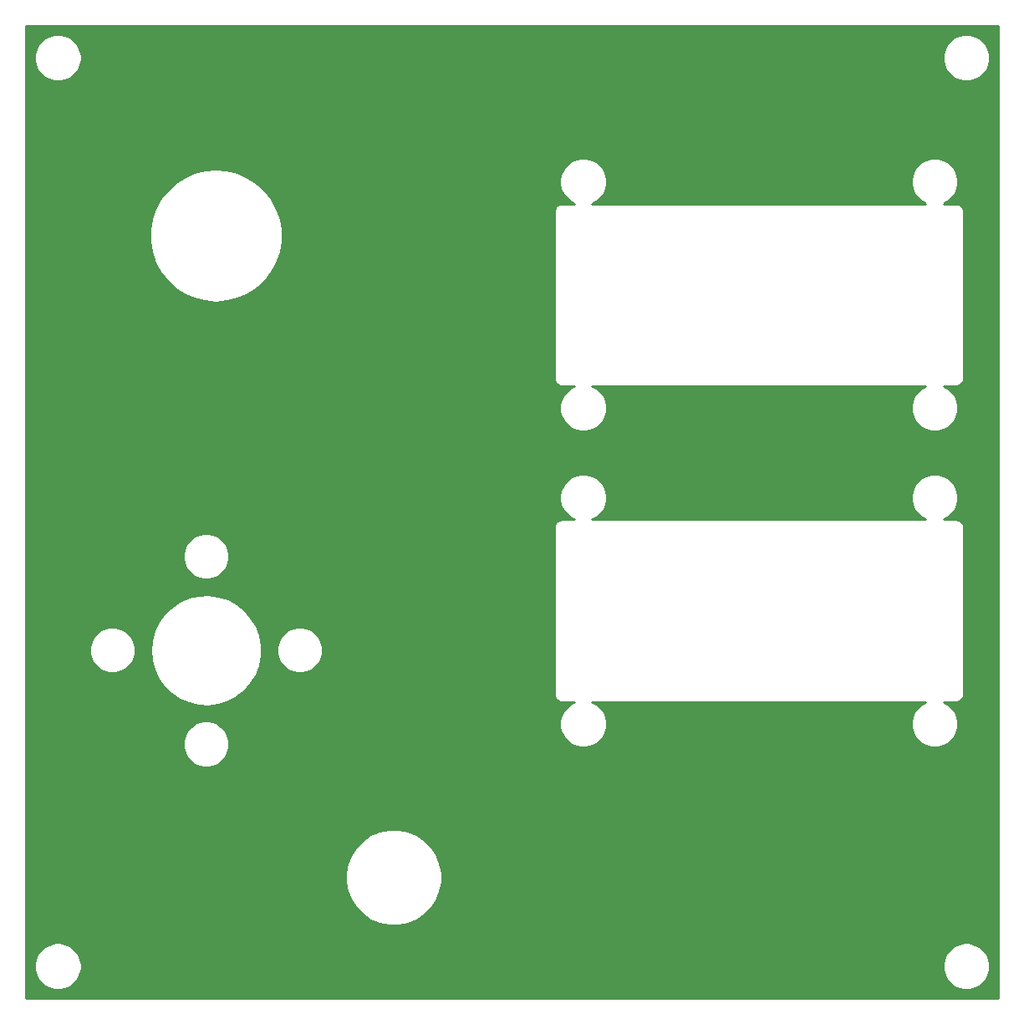
<source format=gbr>
%TF.GenerationSoftware,KiCad,Pcbnew,5.1.6-c6e7f7d~87~ubuntu18.04.1*%
%TF.CreationDate,2020-10-12T23:52:10-07:00*%
%TF.ProjectId,faceplate,66616365-706c-4617-9465-2e6b69636164,rev?*%
%TF.SameCoordinates,Original*%
%TF.FileFunction,Copper,L2,Bot*%
%TF.FilePolarity,Positive*%
%FSLAX46Y46*%
G04 Gerber Fmt 4.6, Leading zero omitted, Abs format (unit mm)*
G04 Created by KiCad (PCBNEW 5.1.6-c6e7f7d~87~ubuntu18.04.1) date 2020-10-12 23:52:10*
%MOMM*%
%LPD*%
G01*
G04 APERTURE LIST*
%TA.AperFunction,NonConductor*%
%ADD10C,0.254000*%
%TD*%
G04 APERTURE END LIST*
D10*
G36*
X157265001Y-153265000D02*
G01*
X58735000Y-153265000D01*
X58735000Y-149764269D01*
X59606581Y-149764269D01*
X59606581Y-150235731D01*
X59698558Y-150698135D01*
X59878979Y-151133709D01*
X60140910Y-151525716D01*
X60474284Y-151859090D01*
X60866291Y-152121021D01*
X61301865Y-152301442D01*
X61764269Y-152393419D01*
X62235731Y-152393419D01*
X62698135Y-152301442D01*
X63133709Y-152121021D01*
X63525716Y-151859090D01*
X63859090Y-151525716D01*
X64121021Y-151133709D01*
X64301442Y-150698135D01*
X64393419Y-150235731D01*
X64393419Y-149764269D01*
X151606581Y-149764269D01*
X151606581Y-150235731D01*
X151698558Y-150698135D01*
X151878979Y-151133709D01*
X152140910Y-151525716D01*
X152474284Y-151859090D01*
X152866291Y-152121021D01*
X153301865Y-152301442D01*
X153764269Y-152393419D01*
X154235731Y-152393419D01*
X154698135Y-152301442D01*
X155133709Y-152121021D01*
X155525716Y-151859090D01*
X155859090Y-151525716D01*
X156121021Y-151133709D01*
X156301442Y-150698135D01*
X156393419Y-150235731D01*
X156393419Y-149764269D01*
X156301442Y-149301865D01*
X156121021Y-148866291D01*
X155859090Y-148474284D01*
X155525716Y-148140910D01*
X155133709Y-147878979D01*
X154698135Y-147698558D01*
X154235731Y-147606581D01*
X153764269Y-147606581D01*
X153301865Y-147698558D01*
X152866291Y-147878979D01*
X152474284Y-148140910D01*
X152140910Y-148474284D01*
X151878979Y-148866291D01*
X151698558Y-149301865D01*
X151606581Y-149764269D01*
X64393419Y-149764269D01*
X64301442Y-149301865D01*
X64121021Y-148866291D01*
X63859090Y-148474284D01*
X63525716Y-148140910D01*
X63133709Y-147878979D01*
X62698135Y-147698558D01*
X62235731Y-147606581D01*
X61764269Y-147606581D01*
X61301865Y-147698558D01*
X60866291Y-147878979D01*
X60474284Y-148140910D01*
X60140910Y-148474284D01*
X59878979Y-148866291D01*
X59698558Y-149301865D01*
X59606581Y-149764269D01*
X58735000Y-149764269D01*
X58735000Y-140517697D01*
X91103094Y-140517697D01*
X91103094Y-141482303D01*
X91291279Y-142428375D01*
X91660418Y-143319555D01*
X92196325Y-144121596D01*
X92878404Y-144803675D01*
X93680445Y-145339582D01*
X94571625Y-145708721D01*
X95517697Y-145896906D01*
X96482303Y-145896906D01*
X97428375Y-145708721D01*
X98319555Y-145339582D01*
X99121596Y-144803675D01*
X99803675Y-144121596D01*
X100339582Y-143319555D01*
X100708721Y-142428375D01*
X100896906Y-141482303D01*
X100896906Y-140517697D01*
X100708721Y-139571625D01*
X100339582Y-138680445D01*
X99803675Y-137878404D01*
X99121596Y-137196325D01*
X98319555Y-136660418D01*
X97428375Y-136291279D01*
X96482303Y-136103094D01*
X95517697Y-136103094D01*
X94571625Y-136291279D01*
X93680445Y-136660418D01*
X92878404Y-137196325D01*
X92196325Y-137878404D01*
X91660418Y-138680445D01*
X91291279Y-139571625D01*
X91103094Y-140517697D01*
X58735000Y-140517697D01*
X58735000Y-127269170D01*
X74656340Y-127269170D01*
X74656340Y-127730830D01*
X74746406Y-128183620D01*
X74923075Y-128610139D01*
X75179560Y-128993996D01*
X75506004Y-129320440D01*
X75889861Y-129576925D01*
X76316380Y-129753594D01*
X76769170Y-129843660D01*
X77230830Y-129843660D01*
X77683620Y-129753594D01*
X78110139Y-129576925D01*
X78493996Y-129320440D01*
X78820440Y-128993996D01*
X79076925Y-128610139D01*
X79253594Y-128183620D01*
X79343660Y-127730830D01*
X79343660Y-127269170D01*
X79253594Y-126816380D01*
X79076925Y-126389861D01*
X78820440Y-126006004D01*
X78493996Y-125679560D01*
X78110139Y-125423075D01*
X77683620Y-125246406D01*
X77230830Y-125156340D01*
X76769170Y-125156340D01*
X76316380Y-125246406D01*
X75889861Y-125423075D01*
X75506004Y-125679560D01*
X75179560Y-126006004D01*
X74923075Y-126389861D01*
X74746406Y-126816380D01*
X74656340Y-127269170D01*
X58735000Y-127269170D01*
X58735000Y-117769170D01*
X65156340Y-117769170D01*
X65156340Y-118230830D01*
X65246406Y-118683620D01*
X65423075Y-119110139D01*
X65679560Y-119493996D01*
X66006004Y-119820440D01*
X66389861Y-120076925D01*
X66816380Y-120253594D01*
X67269170Y-120343660D01*
X67730830Y-120343660D01*
X68183620Y-120253594D01*
X68610139Y-120076925D01*
X68993996Y-119820440D01*
X69320440Y-119493996D01*
X69576925Y-119110139D01*
X69753594Y-118683620D01*
X69843660Y-118230830D01*
X69843660Y-118000000D01*
X71345000Y-118000000D01*
X71435878Y-119009739D01*
X71705592Y-119987025D01*
X72145472Y-120900445D01*
X72741381Y-121720643D01*
X73474165Y-122421257D01*
X74320273Y-122979768D01*
X75252509Y-123378225D01*
X76240911Y-123603821D01*
X77253711Y-123649306D01*
X78258356Y-123513217D01*
X79222557Y-123199930D01*
X80115322Y-122719512D01*
X80390581Y-122500000D01*
X112261443Y-122500000D01*
X112275634Y-122644085D01*
X112317662Y-122782633D01*
X112385912Y-122910320D01*
X112477761Y-123022238D01*
X112589679Y-123114087D01*
X112717366Y-123182337D01*
X112855914Y-123224365D01*
X112963894Y-123235000D01*
X112963904Y-123235000D01*
X112999999Y-123238555D01*
X113036096Y-123235000D01*
X114293176Y-123235000D01*
X114066291Y-123328979D01*
X113674284Y-123590910D01*
X113340910Y-123924284D01*
X113078979Y-124316291D01*
X112898558Y-124751865D01*
X112806581Y-125214269D01*
X112806581Y-125685731D01*
X112898558Y-126148135D01*
X113078979Y-126583709D01*
X113340910Y-126975716D01*
X113674284Y-127309090D01*
X114066291Y-127571021D01*
X114501865Y-127751442D01*
X114964269Y-127843419D01*
X115435731Y-127843419D01*
X115898135Y-127751442D01*
X116333709Y-127571021D01*
X116725716Y-127309090D01*
X117059090Y-126975716D01*
X117321021Y-126583709D01*
X117501442Y-126148135D01*
X117593419Y-125685731D01*
X117593419Y-125214269D01*
X117501442Y-124751865D01*
X117321021Y-124316291D01*
X117059090Y-123924284D01*
X116725716Y-123590910D01*
X116333709Y-123328979D01*
X116106824Y-123235000D01*
X149893179Y-123235000D01*
X149666291Y-123328980D01*
X149274285Y-123590911D01*
X148940911Y-123924285D01*
X148678980Y-124316291D01*
X148498559Y-124751866D01*
X148406582Y-125214269D01*
X148406582Y-125685731D01*
X148498559Y-126148134D01*
X148678980Y-126583709D01*
X148940911Y-126975715D01*
X149274285Y-127309089D01*
X149666291Y-127571020D01*
X150101866Y-127751441D01*
X150564269Y-127843418D01*
X151035731Y-127843418D01*
X151498134Y-127751441D01*
X151933709Y-127571020D01*
X152325715Y-127309089D01*
X152659089Y-126975715D01*
X152921020Y-126583709D01*
X153101441Y-126148134D01*
X153193418Y-125685731D01*
X153193418Y-125214269D01*
X153101441Y-124751866D01*
X152921020Y-124316291D01*
X152659089Y-123924285D01*
X152325715Y-123590911D01*
X151933709Y-123328980D01*
X151706821Y-123235000D01*
X152963895Y-123235000D01*
X153000000Y-123238556D01*
X153036105Y-123235000D01*
X153144085Y-123224365D01*
X153282633Y-123182337D01*
X153410320Y-123114087D01*
X153522238Y-123022238D01*
X153614087Y-122910320D01*
X153682337Y-122782633D01*
X153724365Y-122644085D01*
X153738556Y-122500000D01*
X153735000Y-122463895D01*
X153735000Y-105536105D01*
X153738556Y-105500000D01*
X153724365Y-105355915D01*
X153682337Y-105217367D01*
X153614087Y-105089680D01*
X153522238Y-104977762D01*
X153410320Y-104885913D01*
X153282633Y-104817663D01*
X153144085Y-104775635D01*
X153036105Y-104765000D01*
X153000000Y-104761444D01*
X152963895Y-104765000D01*
X151706824Y-104765000D01*
X151933709Y-104671021D01*
X152325715Y-104409090D01*
X152659089Y-104075716D01*
X152921020Y-103683710D01*
X153101441Y-103248135D01*
X153193418Y-102785732D01*
X153193418Y-102314270D01*
X153101441Y-101851867D01*
X152921020Y-101416292D01*
X152659089Y-101024286D01*
X152325715Y-100690912D01*
X151933709Y-100428981D01*
X151498134Y-100248560D01*
X151035731Y-100156583D01*
X150564269Y-100156583D01*
X150101866Y-100248560D01*
X149666291Y-100428981D01*
X149274285Y-100690912D01*
X148940911Y-101024286D01*
X148678980Y-101416292D01*
X148498559Y-101851867D01*
X148406582Y-102314270D01*
X148406582Y-102785732D01*
X148498559Y-103248135D01*
X148678980Y-103683710D01*
X148940911Y-104075716D01*
X149274285Y-104409090D01*
X149666291Y-104671021D01*
X149893176Y-104765000D01*
X116106825Y-104765000D01*
X116333708Y-104671022D01*
X116725715Y-104409091D01*
X117059089Y-104075717D01*
X117321020Y-103683710D01*
X117501441Y-103248136D01*
X117593418Y-102785732D01*
X117593418Y-102314270D01*
X117501441Y-101851866D01*
X117321020Y-101416292D01*
X117059089Y-101024285D01*
X116725715Y-100690911D01*
X116333708Y-100428980D01*
X115898134Y-100248559D01*
X115435730Y-100156582D01*
X114964268Y-100156582D01*
X114501864Y-100248559D01*
X114066290Y-100428980D01*
X113674283Y-100690911D01*
X113340909Y-101024285D01*
X113078978Y-101416292D01*
X112898557Y-101851866D01*
X112806580Y-102314270D01*
X112806580Y-102785732D01*
X112898557Y-103248136D01*
X113078978Y-103683710D01*
X113340909Y-104075717D01*
X113674283Y-104409091D01*
X114066290Y-104671022D01*
X114293173Y-104765000D01*
X113036095Y-104765000D01*
X113000000Y-104761445D01*
X112963903Y-104765000D01*
X112963895Y-104765000D01*
X112855915Y-104775635D01*
X112717367Y-104817663D01*
X112589680Y-104885913D01*
X112477762Y-104977762D01*
X112385913Y-105089680D01*
X112317663Y-105217367D01*
X112275635Y-105355915D01*
X112261444Y-105500000D01*
X112265001Y-105536115D01*
X112264999Y-122463895D01*
X112261443Y-122500000D01*
X80390581Y-122500000D01*
X80907959Y-122087405D01*
X81574991Y-121323926D01*
X82094979Y-120453613D01*
X82451210Y-119504438D01*
X82632235Y-118506910D01*
X82632235Y-117769170D01*
X84156340Y-117769170D01*
X84156340Y-118230830D01*
X84246406Y-118683620D01*
X84423075Y-119110139D01*
X84679560Y-119493996D01*
X85006004Y-119820440D01*
X85389861Y-120076925D01*
X85816380Y-120253594D01*
X86269170Y-120343660D01*
X86730830Y-120343660D01*
X87183620Y-120253594D01*
X87610139Y-120076925D01*
X87993996Y-119820440D01*
X88320440Y-119493996D01*
X88576925Y-119110139D01*
X88753594Y-118683620D01*
X88843660Y-118230830D01*
X88843660Y-117769170D01*
X88753594Y-117316380D01*
X88576925Y-116889861D01*
X88320440Y-116506004D01*
X87993996Y-116179560D01*
X87610139Y-115923075D01*
X87183620Y-115746406D01*
X86730830Y-115656340D01*
X86269170Y-115656340D01*
X85816380Y-115746406D01*
X85389861Y-115923075D01*
X85006004Y-116179560D01*
X84679560Y-116506004D01*
X84423075Y-116889861D01*
X84246406Y-117316380D01*
X84156340Y-117769170D01*
X82632235Y-117769170D01*
X82632235Y-117493090D01*
X82451210Y-116495562D01*
X82094979Y-115546387D01*
X81574991Y-114676074D01*
X80907959Y-113912595D01*
X80115322Y-113280488D01*
X79222557Y-112800070D01*
X78258356Y-112486783D01*
X77253711Y-112350694D01*
X76240911Y-112396179D01*
X75252509Y-112621775D01*
X74320273Y-113020232D01*
X73474165Y-113578743D01*
X72741381Y-114279357D01*
X72145472Y-115099555D01*
X71705592Y-116012975D01*
X71435878Y-116990261D01*
X71345000Y-118000000D01*
X69843660Y-118000000D01*
X69843660Y-117769170D01*
X69753594Y-117316380D01*
X69576925Y-116889861D01*
X69320440Y-116506004D01*
X68993996Y-116179560D01*
X68610139Y-115923075D01*
X68183620Y-115746406D01*
X67730830Y-115656340D01*
X67269170Y-115656340D01*
X66816380Y-115746406D01*
X66389861Y-115923075D01*
X66006004Y-116179560D01*
X65679560Y-116506004D01*
X65423075Y-116889861D01*
X65246406Y-117316380D01*
X65156340Y-117769170D01*
X58735000Y-117769170D01*
X58735000Y-108269170D01*
X74656340Y-108269170D01*
X74656340Y-108730830D01*
X74746406Y-109183620D01*
X74923075Y-109610139D01*
X75179560Y-109993996D01*
X75506004Y-110320440D01*
X75889861Y-110576925D01*
X76316380Y-110753594D01*
X76769170Y-110843660D01*
X77230830Y-110843660D01*
X77683620Y-110753594D01*
X78110139Y-110576925D01*
X78493996Y-110320440D01*
X78820440Y-109993996D01*
X79076925Y-109610139D01*
X79253594Y-109183620D01*
X79343660Y-108730830D01*
X79343660Y-108269170D01*
X79253594Y-107816380D01*
X79076925Y-107389861D01*
X78820440Y-107006004D01*
X78493996Y-106679560D01*
X78110139Y-106423075D01*
X77683620Y-106246406D01*
X77230830Y-106156340D01*
X76769170Y-106156340D01*
X76316380Y-106246406D01*
X75889861Y-106423075D01*
X75506004Y-106679560D01*
X75179560Y-107006004D01*
X74923075Y-107389861D01*
X74746406Y-107816380D01*
X74656340Y-108269170D01*
X58735000Y-108269170D01*
X58735000Y-75442177D01*
X71268072Y-75442177D01*
X71268072Y-76557823D01*
X71451701Y-77658254D01*
X71813951Y-78713453D01*
X72344940Y-79694635D01*
X73030185Y-80575037D01*
X73850993Y-81330644D01*
X74784975Y-81940845D01*
X75806655Y-82388995D01*
X76888164Y-82662871D01*
X78000000Y-82755000D01*
X79111836Y-82662871D01*
X80193345Y-82388995D01*
X81215025Y-81940845D01*
X82149007Y-81330644D01*
X82969815Y-80575037D01*
X83655060Y-79694635D01*
X84186049Y-78713453D01*
X84548299Y-77658254D01*
X84731928Y-76557823D01*
X84731928Y-75442177D01*
X84548299Y-74341746D01*
X84259328Y-73500001D01*
X112261444Y-73500001D01*
X112265001Y-73536116D01*
X112265000Y-90463896D01*
X112261444Y-90500001D01*
X112275635Y-90644086D01*
X112317663Y-90782634D01*
X112385913Y-90910321D01*
X112477762Y-91022239D01*
X112589680Y-91114088D01*
X112717367Y-91182338D01*
X112855915Y-91224366D01*
X113000000Y-91238557D01*
X113036105Y-91235001D01*
X114293176Y-91235001D01*
X114066291Y-91328980D01*
X113674284Y-91590911D01*
X113340910Y-91924285D01*
X113078979Y-92316292D01*
X112898558Y-92751866D01*
X112806581Y-93214270D01*
X112806581Y-93685732D01*
X112898558Y-94148136D01*
X113078979Y-94583710D01*
X113340910Y-94975717D01*
X113674284Y-95309091D01*
X114066291Y-95571022D01*
X114501865Y-95751443D01*
X114964269Y-95843420D01*
X115435731Y-95843420D01*
X115898135Y-95751443D01*
X116333709Y-95571022D01*
X116725716Y-95309091D01*
X117059090Y-94975717D01*
X117321021Y-94583710D01*
X117501442Y-94148136D01*
X117593419Y-93685732D01*
X117593419Y-93214270D01*
X117501442Y-92751866D01*
X117321021Y-92316292D01*
X117059090Y-91924285D01*
X116725716Y-91590911D01*
X116333709Y-91328980D01*
X116106824Y-91235001D01*
X149893176Y-91235001D01*
X149666291Y-91328980D01*
X149274284Y-91590911D01*
X148940910Y-91924285D01*
X148678979Y-92316292D01*
X148498558Y-92751866D01*
X148406581Y-93214270D01*
X148406581Y-93685732D01*
X148498558Y-94148136D01*
X148678979Y-94583710D01*
X148940910Y-94975717D01*
X149274284Y-95309091D01*
X149666291Y-95571022D01*
X150101865Y-95751443D01*
X150564269Y-95843420D01*
X151035731Y-95843420D01*
X151498135Y-95751443D01*
X151933709Y-95571022D01*
X152325716Y-95309091D01*
X152659090Y-94975717D01*
X152921021Y-94583710D01*
X153101442Y-94148136D01*
X153193419Y-93685732D01*
X153193419Y-93214270D01*
X153101442Y-92751866D01*
X152921021Y-92316292D01*
X152659090Y-91924285D01*
X152325716Y-91590911D01*
X151933709Y-91328980D01*
X151706824Y-91235001D01*
X152963895Y-91235001D01*
X153000000Y-91238557D01*
X153036105Y-91235001D01*
X153144085Y-91224366D01*
X153282633Y-91182338D01*
X153410320Y-91114088D01*
X153522238Y-91022239D01*
X153614087Y-90910321D01*
X153682337Y-90782634D01*
X153724365Y-90644086D01*
X153738556Y-90500001D01*
X153735000Y-90463896D01*
X153735000Y-73536106D01*
X153738556Y-73500001D01*
X153724365Y-73355916D01*
X153682337Y-73217368D01*
X153614087Y-73089681D01*
X153522238Y-72977763D01*
X153410320Y-72885914D01*
X153282633Y-72817664D01*
X153144085Y-72775636D01*
X153036105Y-72765001D01*
X153000000Y-72761445D01*
X152963895Y-72765001D01*
X151706824Y-72765001D01*
X151933709Y-72671022D01*
X152325716Y-72409091D01*
X152659090Y-72075717D01*
X152921021Y-71683710D01*
X153101442Y-71248136D01*
X153193419Y-70785732D01*
X153193419Y-70314270D01*
X153101442Y-69851866D01*
X152921021Y-69416292D01*
X152659090Y-69024285D01*
X152325716Y-68690911D01*
X151933709Y-68428980D01*
X151498135Y-68248559D01*
X151035731Y-68156582D01*
X150564269Y-68156582D01*
X150101865Y-68248559D01*
X149666291Y-68428980D01*
X149274284Y-68690911D01*
X148940910Y-69024285D01*
X148678979Y-69416292D01*
X148498558Y-69851866D01*
X148406581Y-70314270D01*
X148406581Y-70785732D01*
X148498558Y-71248136D01*
X148678979Y-71683710D01*
X148940910Y-72075717D01*
X149274284Y-72409091D01*
X149666291Y-72671022D01*
X149893176Y-72765001D01*
X116106824Y-72765001D01*
X116333709Y-72671022D01*
X116725716Y-72409091D01*
X117059090Y-72075717D01*
X117321021Y-71683710D01*
X117501442Y-71248136D01*
X117593419Y-70785732D01*
X117593419Y-70314270D01*
X117501442Y-69851866D01*
X117321021Y-69416292D01*
X117059090Y-69024285D01*
X116725716Y-68690911D01*
X116333709Y-68428980D01*
X115898135Y-68248559D01*
X115435731Y-68156582D01*
X114964269Y-68156582D01*
X114501865Y-68248559D01*
X114066291Y-68428980D01*
X113674284Y-68690911D01*
X113340910Y-69024285D01*
X113078979Y-69416292D01*
X112898558Y-69851866D01*
X112806581Y-70314270D01*
X112806581Y-70785732D01*
X112898558Y-71248136D01*
X113078979Y-71683710D01*
X113340910Y-72075717D01*
X113674284Y-72409091D01*
X114066291Y-72671022D01*
X114293176Y-72765001D01*
X113036105Y-72765001D01*
X113000000Y-72761445D01*
X112963895Y-72765001D01*
X112855915Y-72775636D01*
X112717367Y-72817664D01*
X112589680Y-72885914D01*
X112477762Y-72977763D01*
X112385913Y-73089681D01*
X112317663Y-73217368D01*
X112275635Y-73355916D01*
X112261444Y-73500001D01*
X84259328Y-73500001D01*
X84186049Y-73286547D01*
X83655060Y-72305365D01*
X82969815Y-71424963D01*
X82149007Y-70669356D01*
X81215025Y-70059155D01*
X80193345Y-69611005D01*
X79111836Y-69337129D01*
X78000000Y-69245000D01*
X76888164Y-69337129D01*
X75806655Y-69611005D01*
X74784975Y-70059155D01*
X73850993Y-70669356D01*
X73030185Y-71424963D01*
X72344940Y-72305365D01*
X71813951Y-73286547D01*
X71451701Y-74341746D01*
X71268072Y-75442177D01*
X58735000Y-75442177D01*
X58735000Y-57764270D01*
X59606582Y-57764270D01*
X59606582Y-58235732D01*
X59698559Y-58698136D01*
X59878980Y-59133710D01*
X60140911Y-59525717D01*
X60474285Y-59859091D01*
X60866292Y-60121022D01*
X61301866Y-60301443D01*
X61764270Y-60393420D01*
X62235732Y-60393420D01*
X62698136Y-60301443D01*
X63133710Y-60121022D01*
X63525717Y-59859091D01*
X63859091Y-59525717D01*
X64121022Y-59133710D01*
X64301443Y-58698136D01*
X64393420Y-58235732D01*
X64393420Y-57764269D01*
X151606581Y-57764269D01*
X151606581Y-58235731D01*
X151698558Y-58698135D01*
X151878979Y-59133709D01*
X152140910Y-59525716D01*
X152474284Y-59859090D01*
X152866291Y-60121021D01*
X153301865Y-60301442D01*
X153764269Y-60393419D01*
X154235731Y-60393419D01*
X154698135Y-60301442D01*
X155133709Y-60121021D01*
X155525716Y-59859090D01*
X155859090Y-59525716D01*
X156121021Y-59133709D01*
X156301442Y-58698135D01*
X156393419Y-58235731D01*
X156393419Y-57764269D01*
X156301442Y-57301865D01*
X156121021Y-56866291D01*
X155859090Y-56474284D01*
X155525716Y-56140910D01*
X155133709Y-55878979D01*
X154698135Y-55698558D01*
X154235731Y-55606581D01*
X153764269Y-55606581D01*
X153301865Y-55698558D01*
X152866291Y-55878979D01*
X152474284Y-56140910D01*
X152140910Y-56474284D01*
X151878979Y-56866291D01*
X151698558Y-57301865D01*
X151606581Y-57764269D01*
X64393420Y-57764269D01*
X64301443Y-57301866D01*
X64121022Y-56866292D01*
X63859091Y-56474285D01*
X63525717Y-56140911D01*
X63133710Y-55878980D01*
X62698136Y-55698559D01*
X62235732Y-55606582D01*
X61764270Y-55606582D01*
X61301866Y-55698559D01*
X60866292Y-55878980D01*
X60474285Y-56140911D01*
X60140911Y-56474285D01*
X59878980Y-56866292D01*
X59698559Y-57301866D01*
X59606582Y-57764270D01*
X58735000Y-57764270D01*
X58735000Y-54735001D01*
X157265000Y-54734999D01*
X157265001Y-153265000D01*
G37*
X157265001Y-153265000D02*
X58735000Y-153265000D01*
X58735000Y-149764269D01*
X59606581Y-149764269D01*
X59606581Y-150235731D01*
X59698558Y-150698135D01*
X59878979Y-151133709D01*
X60140910Y-151525716D01*
X60474284Y-151859090D01*
X60866291Y-152121021D01*
X61301865Y-152301442D01*
X61764269Y-152393419D01*
X62235731Y-152393419D01*
X62698135Y-152301442D01*
X63133709Y-152121021D01*
X63525716Y-151859090D01*
X63859090Y-151525716D01*
X64121021Y-151133709D01*
X64301442Y-150698135D01*
X64393419Y-150235731D01*
X64393419Y-149764269D01*
X151606581Y-149764269D01*
X151606581Y-150235731D01*
X151698558Y-150698135D01*
X151878979Y-151133709D01*
X152140910Y-151525716D01*
X152474284Y-151859090D01*
X152866291Y-152121021D01*
X153301865Y-152301442D01*
X153764269Y-152393419D01*
X154235731Y-152393419D01*
X154698135Y-152301442D01*
X155133709Y-152121021D01*
X155525716Y-151859090D01*
X155859090Y-151525716D01*
X156121021Y-151133709D01*
X156301442Y-150698135D01*
X156393419Y-150235731D01*
X156393419Y-149764269D01*
X156301442Y-149301865D01*
X156121021Y-148866291D01*
X155859090Y-148474284D01*
X155525716Y-148140910D01*
X155133709Y-147878979D01*
X154698135Y-147698558D01*
X154235731Y-147606581D01*
X153764269Y-147606581D01*
X153301865Y-147698558D01*
X152866291Y-147878979D01*
X152474284Y-148140910D01*
X152140910Y-148474284D01*
X151878979Y-148866291D01*
X151698558Y-149301865D01*
X151606581Y-149764269D01*
X64393419Y-149764269D01*
X64301442Y-149301865D01*
X64121021Y-148866291D01*
X63859090Y-148474284D01*
X63525716Y-148140910D01*
X63133709Y-147878979D01*
X62698135Y-147698558D01*
X62235731Y-147606581D01*
X61764269Y-147606581D01*
X61301865Y-147698558D01*
X60866291Y-147878979D01*
X60474284Y-148140910D01*
X60140910Y-148474284D01*
X59878979Y-148866291D01*
X59698558Y-149301865D01*
X59606581Y-149764269D01*
X58735000Y-149764269D01*
X58735000Y-140517697D01*
X91103094Y-140517697D01*
X91103094Y-141482303D01*
X91291279Y-142428375D01*
X91660418Y-143319555D01*
X92196325Y-144121596D01*
X92878404Y-144803675D01*
X93680445Y-145339582D01*
X94571625Y-145708721D01*
X95517697Y-145896906D01*
X96482303Y-145896906D01*
X97428375Y-145708721D01*
X98319555Y-145339582D01*
X99121596Y-144803675D01*
X99803675Y-144121596D01*
X100339582Y-143319555D01*
X100708721Y-142428375D01*
X100896906Y-141482303D01*
X100896906Y-140517697D01*
X100708721Y-139571625D01*
X100339582Y-138680445D01*
X99803675Y-137878404D01*
X99121596Y-137196325D01*
X98319555Y-136660418D01*
X97428375Y-136291279D01*
X96482303Y-136103094D01*
X95517697Y-136103094D01*
X94571625Y-136291279D01*
X93680445Y-136660418D01*
X92878404Y-137196325D01*
X92196325Y-137878404D01*
X91660418Y-138680445D01*
X91291279Y-139571625D01*
X91103094Y-140517697D01*
X58735000Y-140517697D01*
X58735000Y-127269170D01*
X74656340Y-127269170D01*
X74656340Y-127730830D01*
X74746406Y-128183620D01*
X74923075Y-128610139D01*
X75179560Y-128993996D01*
X75506004Y-129320440D01*
X75889861Y-129576925D01*
X76316380Y-129753594D01*
X76769170Y-129843660D01*
X77230830Y-129843660D01*
X77683620Y-129753594D01*
X78110139Y-129576925D01*
X78493996Y-129320440D01*
X78820440Y-128993996D01*
X79076925Y-128610139D01*
X79253594Y-128183620D01*
X79343660Y-127730830D01*
X79343660Y-127269170D01*
X79253594Y-126816380D01*
X79076925Y-126389861D01*
X78820440Y-126006004D01*
X78493996Y-125679560D01*
X78110139Y-125423075D01*
X77683620Y-125246406D01*
X77230830Y-125156340D01*
X76769170Y-125156340D01*
X76316380Y-125246406D01*
X75889861Y-125423075D01*
X75506004Y-125679560D01*
X75179560Y-126006004D01*
X74923075Y-126389861D01*
X74746406Y-126816380D01*
X74656340Y-127269170D01*
X58735000Y-127269170D01*
X58735000Y-117769170D01*
X65156340Y-117769170D01*
X65156340Y-118230830D01*
X65246406Y-118683620D01*
X65423075Y-119110139D01*
X65679560Y-119493996D01*
X66006004Y-119820440D01*
X66389861Y-120076925D01*
X66816380Y-120253594D01*
X67269170Y-120343660D01*
X67730830Y-120343660D01*
X68183620Y-120253594D01*
X68610139Y-120076925D01*
X68993996Y-119820440D01*
X69320440Y-119493996D01*
X69576925Y-119110139D01*
X69753594Y-118683620D01*
X69843660Y-118230830D01*
X69843660Y-118000000D01*
X71345000Y-118000000D01*
X71435878Y-119009739D01*
X71705592Y-119987025D01*
X72145472Y-120900445D01*
X72741381Y-121720643D01*
X73474165Y-122421257D01*
X74320273Y-122979768D01*
X75252509Y-123378225D01*
X76240911Y-123603821D01*
X77253711Y-123649306D01*
X78258356Y-123513217D01*
X79222557Y-123199930D01*
X80115322Y-122719512D01*
X80390581Y-122500000D01*
X112261443Y-122500000D01*
X112275634Y-122644085D01*
X112317662Y-122782633D01*
X112385912Y-122910320D01*
X112477761Y-123022238D01*
X112589679Y-123114087D01*
X112717366Y-123182337D01*
X112855914Y-123224365D01*
X112963894Y-123235000D01*
X112963904Y-123235000D01*
X112999999Y-123238555D01*
X113036096Y-123235000D01*
X114293176Y-123235000D01*
X114066291Y-123328979D01*
X113674284Y-123590910D01*
X113340910Y-123924284D01*
X113078979Y-124316291D01*
X112898558Y-124751865D01*
X112806581Y-125214269D01*
X112806581Y-125685731D01*
X112898558Y-126148135D01*
X113078979Y-126583709D01*
X113340910Y-126975716D01*
X113674284Y-127309090D01*
X114066291Y-127571021D01*
X114501865Y-127751442D01*
X114964269Y-127843419D01*
X115435731Y-127843419D01*
X115898135Y-127751442D01*
X116333709Y-127571021D01*
X116725716Y-127309090D01*
X117059090Y-126975716D01*
X117321021Y-126583709D01*
X117501442Y-126148135D01*
X117593419Y-125685731D01*
X117593419Y-125214269D01*
X117501442Y-124751865D01*
X117321021Y-124316291D01*
X117059090Y-123924284D01*
X116725716Y-123590910D01*
X116333709Y-123328979D01*
X116106824Y-123235000D01*
X149893179Y-123235000D01*
X149666291Y-123328980D01*
X149274285Y-123590911D01*
X148940911Y-123924285D01*
X148678980Y-124316291D01*
X148498559Y-124751866D01*
X148406582Y-125214269D01*
X148406582Y-125685731D01*
X148498559Y-126148134D01*
X148678980Y-126583709D01*
X148940911Y-126975715D01*
X149274285Y-127309089D01*
X149666291Y-127571020D01*
X150101866Y-127751441D01*
X150564269Y-127843418D01*
X151035731Y-127843418D01*
X151498134Y-127751441D01*
X151933709Y-127571020D01*
X152325715Y-127309089D01*
X152659089Y-126975715D01*
X152921020Y-126583709D01*
X153101441Y-126148134D01*
X153193418Y-125685731D01*
X153193418Y-125214269D01*
X153101441Y-124751866D01*
X152921020Y-124316291D01*
X152659089Y-123924285D01*
X152325715Y-123590911D01*
X151933709Y-123328980D01*
X151706821Y-123235000D01*
X152963895Y-123235000D01*
X153000000Y-123238556D01*
X153036105Y-123235000D01*
X153144085Y-123224365D01*
X153282633Y-123182337D01*
X153410320Y-123114087D01*
X153522238Y-123022238D01*
X153614087Y-122910320D01*
X153682337Y-122782633D01*
X153724365Y-122644085D01*
X153738556Y-122500000D01*
X153735000Y-122463895D01*
X153735000Y-105536105D01*
X153738556Y-105500000D01*
X153724365Y-105355915D01*
X153682337Y-105217367D01*
X153614087Y-105089680D01*
X153522238Y-104977762D01*
X153410320Y-104885913D01*
X153282633Y-104817663D01*
X153144085Y-104775635D01*
X153036105Y-104765000D01*
X153000000Y-104761444D01*
X152963895Y-104765000D01*
X151706824Y-104765000D01*
X151933709Y-104671021D01*
X152325715Y-104409090D01*
X152659089Y-104075716D01*
X152921020Y-103683710D01*
X153101441Y-103248135D01*
X153193418Y-102785732D01*
X153193418Y-102314270D01*
X153101441Y-101851867D01*
X152921020Y-101416292D01*
X152659089Y-101024286D01*
X152325715Y-100690912D01*
X151933709Y-100428981D01*
X151498134Y-100248560D01*
X151035731Y-100156583D01*
X150564269Y-100156583D01*
X150101866Y-100248560D01*
X149666291Y-100428981D01*
X149274285Y-100690912D01*
X148940911Y-101024286D01*
X148678980Y-101416292D01*
X148498559Y-101851867D01*
X148406582Y-102314270D01*
X148406582Y-102785732D01*
X148498559Y-103248135D01*
X148678980Y-103683710D01*
X148940911Y-104075716D01*
X149274285Y-104409090D01*
X149666291Y-104671021D01*
X149893176Y-104765000D01*
X116106825Y-104765000D01*
X116333708Y-104671022D01*
X116725715Y-104409091D01*
X117059089Y-104075717D01*
X117321020Y-103683710D01*
X117501441Y-103248136D01*
X117593418Y-102785732D01*
X117593418Y-102314270D01*
X117501441Y-101851866D01*
X117321020Y-101416292D01*
X117059089Y-101024285D01*
X116725715Y-100690911D01*
X116333708Y-100428980D01*
X115898134Y-100248559D01*
X115435730Y-100156582D01*
X114964268Y-100156582D01*
X114501864Y-100248559D01*
X114066290Y-100428980D01*
X113674283Y-100690911D01*
X113340909Y-101024285D01*
X113078978Y-101416292D01*
X112898557Y-101851866D01*
X112806580Y-102314270D01*
X112806580Y-102785732D01*
X112898557Y-103248136D01*
X113078978Y-103683710D01*
X113340909Y-104075717D01*
X113674283Y-104409091D01*
X114066290Y-104671022D01*
X114293173Y-104765000D01*
X113036095Y-104765000D01*
X113000000Y-104761445D01*
X112963903Y-104765000D01*
X112963895Y-104765000D01*
X112855915Y-104775635D01*
X112717367Y-104817663D01*
X112589680Y-104885913D01*
X112477762Y-104977762D01*
X112385913Y-105089680D01*
X112317663Y-105217367D01*
X112275635Y-105355915D01*
X112261444Y-105500000D01*
X112265001Y-105536115D01*
X112264999Y-122463895D01*
X112261443Y-122500000D01*
X80390581Y-122500000D01*
X80907959Y-122087405D01*
X81574991Y-121323926D01*
X82094979Y-120453613D01*
X82451210Y-119504438D01*
X82632235Y-118506910D01*
X82632235Y-117769170D01*
X84156340Y-117769170D01*
X84156340Y-118230830D01*
X84246406Y-118683620D01*
X84423075Y-119110139D01*
X84679560Y-119493996D01*
X85006004Y-119820440D01*
X85389861Y-120076925D01*
X85816380Y-120253594D01*
X86269170Y-120343660D01*
X86730830Y-120343660D01*
X87183620Y-120253594D01*
X87610139Y-120076925D01*
X87993996Y-119820440D01*
X88320440Y-119493996D01*
X88576925Y-119110139D01*
X88753594Y-118683620D01*
X88843660Y-118230830D01*
X88843660Y-117769170D01*
X88753594Y-117316380D01*
X88576925Y-116889861D01*
X88320440Y-116506004D01*
X87993996Y-116179560D01*
X87610139Y-115923075D01*
X87183620Y-115746406D01*
X86730830Y-115656340D01*
X86269170Y-115656340D01*
X85816380Y-115746406D01*
X85389861Y-115923075D01*
X85006004Y-116179560D01*
X84679560Y-116506004D01*
X84423075Y-116889861D01*
X84246406Y-117316380D01*
X84156340Y-117769170D01*
X82632235Y-117769170D01*
X82632235Y-117493090D01*
X82451210Y-116495562D01*
X82094979Y-115546387D01*
X81574991Y-114676074D01*
X80907959Y-113912595D01*
X80115322Y-113280488D01*
X79222557Y-112800070D01*
X78258356Y-112486783D01*
X77253711Y-112350694D01*
X76240911Y-112396179D01*
X75252509Y-112621775D01*
X74320273Y-113020232D01*
X73474165Y-113578743D01*
X72741381Y-114279357D01*
X72145472Y-115099555D01*
X71705592Y-116012975D01*
X71435878Y-116990261D01*
X71345000Y-118000000D01*
X69843660Y-118000000D01*
X69843660Y-117769170D01*
X69753594Y-117316380D01*
X69576925Y-116889861D01*
X69320440Y-116506004D01*
X68993996Y-116179560D01*
X68610139Y-115923075D01*
X68183620Y-115746406D01*
X67730830Y-115656340D01*
X67269170Y-115656340D01*
X66816380Y-115746406D01*
X66389861Y-115923075D01*
X66006004Y-116179560D01*
X65679560Y-116506004D01*
X65423075Y-116889861D01*
X65246406Y-117316380D01*
X65156340Y-117769170D01*
X58735000Y-117769170D01*
X58735000Y-108269170D01*
X74656340Y-108269170D01*
X74656340Y-108730830D01*
X74746406Y-109183620D01*
X74923075Y-109610139D01*
X75179560Y-109993996D01*
X75506004Y-110320440D01*
X75889861Y-110576925D01*
X76316380Y-110753594D01*
X76769170Y-110843660D01*
X77230830Y-110843660D01*
X77683620Y-110753594D01*
X78110139Y-110576925D01*
X78493996Y-110320440D01*
X78820440Y-109993996D01*
X79076925Y-109610139D01*
X79253594Y-109183620D01*
X79343660Y-108730830D01*
X79343660Y-108269170D01*
X79253594Y-107816380D01*
X79076925Y-107389861D01*
X78820440Y-107006004D01*
X78493996Y-106679560D01*
X78110139Y-106423075D01*
X77683620Y-106246406D01*
X77230830Y-106156340D01*
X76769170Y-106156340D01*
X76316380Y-106246406D01*
X75889861Y-106423075D01*
X75506004Y-106679560D01*
X75179560Y-107006004D01*
X74923075Y-107389861D01*
X74746406Y-107816380D01*
X74656340Y-108269170D01*
X58735000Y-108269170D01*
X58735000Y-75442177D01*
X71268072Y-75442177D01*
X71268072Y-76557823D01*
X71451701Y-77658254D01*
X71813951Y-78713453D01*
X72344940Y-79694635D01*
X73030185Y-80575037D01*
X73850993Y-81330644D01*
X74784975Y-81940845D01*
X75806655Y-82388995D01*
X76888164Y-82662871D01*
X78000000Y-82755000D01*
X79111836Y-82662871D01*
X80193345Y-82388995D01*
X81215025Y-81940845D01*
X82149007Y-81330644D01*
X82969815Y-80575037D01*
X83655060Y-79694635D01*
X84186049Y-78713453D01*
X84548299Y-77658254D01*
X84731928Y-76557823D01*
X84731928Y-75442177D01*
X84548299Y-74341746D01*
X84259328Y-73500001D01*
X112261444Y-73500001D01*
X112265001Y-73536116D01*
X112265000Y-90463896D01*
X112261444Y-90500001D01*
X112275635Y-90644086D01*
X112317663Y-90782634D01*
X112385913Y-90910321D01*
X112477762Y-91022239D01*
X112589680Y-91114088D01*
X112717367Y-91182338D01*
X112855915Y-91224366D01*
X113000000Y-91238557D01*
X113036105Y-91235001D01*
X114293176Y-91235001D01*
X114066291Y-91328980D01*
X113674284Y-91590911D01*
X113340910Y-91924285D01*
X113078979Y-92316292D01*
X112898558Y-92751866D01*
X112806581Y-93214270D01*
X112806581Y-93685732D01*
X112898558Y-94148136D01*
X113078979Y-94583710D01*
X113340910Y-94975717D01*
X113674284Y-95309091D01*
X114066291Y-95571022D01*
X114501865Y-95751443D01*
X114964269Y-95843420D01*
X115435731Y-95843420D01*
X115898135Y-95751443D01*
X116333709Y-95571022D01*
X116725716Y-95309091D01*
X117059090Y-94975717D01*
X117321021Y-94583710D01*
X117501442Y-94148136D01*
X117593419Y-93685732D01*
X117593419Y-93214270D01*
X117501442Y-92751866D01*
X117321021Y-92316292D01*
X117059090Y-91924285D01*
X116725716Y-91590911D01*
X116333709Y-91328980D01*
X116106824Y-91235001D01*
X149893176Y-91235001D01*
X149666291Y-91328980D01*
X149274284Y-91590911D01*
X148940910Y-91924285D01*
X148678979Y-92316292D01*
X148498558Y-92751866D01*
X148406581Y-93214270D01*
X148406581Y-93685732D01*
X148498558Y-94148136D01*
X148678979Y-94583710D01*
X148940910Y-94975717D01*
X149274284Y-95309091D01*
X149666291Y-95571022D01*
X150101865Y-95751443D01*
X150564269Y-95843420D01*
X151035731Y-95843420D01*
X151498135Y-95751443D01*
X151933709Y-95571022D01*
X152325716Y-95309091D01*
X152659090Y-94975717D01*
X152921021Y-94583710D01*
X153101442Y-94148136D01*
X153193419Y-93685732D01*
X153193419Y-93214270D01*
X153101442Y-92751866D01*
X152921021Y-92316292D01*
X152659090Y-91924285D01*
X152325716Y-91590911D01*
X151933709Y-91328980D01*
X151706824Y-91235001D01*
X152963895Y-91235001D01*
X153000000Y-91238557D01*
X153036105Y-91235001D01*
X153144085Y-91224366D01*
X153282633Y-91182338D01*
X153410320Y-91114088D01*
X153522238Y-91022239D01*
X153614087Y-90910321D01*
X153682337Y-90782634D01*
X153724365Y-90644086D01*
X153738556Y-90500001D01*
X153735000Y-90463896D01*
X153735000Y-73536106D01*
X153738556Y-73500001D01*
X153724365Y-73355916D01*
X153682337Y-73217368D01*
X153614087Y-73089681D01*
X153522238Y-72977763D01*
X153410320Y-72885914D01*
X153282633Y-72817664D01*
X153144085Y-72775636D01*
X153036105Y-72765001D01*
X153000000Y-72761445D01*
X152963895Y-72765001D01*
X151706824Y-72765001D01*
X151933709Y-72671022D01*
X152325716Y-72409091D01*
X152659090Y-72075717D01*
X152921021Y-71683710D01*
X153101442Y-71248136D01*
X153193419Y-70785732D01*
X153193419Y-70314270D01*
X153101442Y-69851866D01*
X152921021Y-69416292D01*
X152659090Y-69024285D01*
X152325716Y-68690911D01*
X151933709Y-68428980D01*
X151498135Y-68248559D01*
X151035731Y-68156582D01*
X150564269Y-68156582D01*
X150101865Y-68248559D01*
X149666291Y-68428980D01*
X149274284Y-68690911D01*
X148940910Y-69024285D01*
X148678979Y-69416292D01*
X148498558Y-69851866D01*
X148406581Y-70314270D01*
X148406581Y-70785732D01*
X148498558Y-71248136D01*
X148678979Y-71683710D01*
X148940910Y-72075717D01*
X149274284Y-72409091D01*
X149666291Y-72671022D01*
X149893176Y-72765001D01*
X116106824Y-72765001D01*
X116333709Y-72671022D01*
X116725716Y-72409091D01*
X117059090Y-72075717D01*
X117321021Y-71683710D01*
X117501442Y-71248136D01*
X117593419Y-70785732D01*
X117593419Y-70314270D01*
X117501442Y-69851866D01*
X117321021Y-69416292D01*
X117059090Y-69024285D01*
X116725716Y-68690911D01*
X116333709Y-68428980D01*
X115898135Y-68248559D01*
X115435731Y-68156582D01*
X114964269Y-68156582D01*
X114501865Y-68248559D01*
X114066291Y-68428980D01*
X113674284Y-68690911D01*
X113340910Y-69024285D01*
X113078979Y-69416292D01*
X112898558Y-69851866D01*
X112806581Y-70314270D01*
X112806581Y-70785732D01*
X112898558Y-71248136D01*
X113078979Y-71683710D01*
X113340910Y-72075717D01*
X113674284Y-72409091D01*
X114066291Y-72671022D01*
X114293176Y-72765001D01*
X113036105Y-72765001D01*
X113000000Y-72761445D01*
X112963895Y-72765001D01*
X112855915Y-72775636D01*
X112717367Y-72817664D01*
X112589680Y-72885914D01*
X112477762Y-72977763D01*
X112385913Y-73089681D01*
X112317663Y-73217368D01*
X112275635Y-73355916D01*
X112261444Y-73500001D01*
X84259328Y-73500001D01*
X84186049Y-73286547D01*
X83655060Y-72305365D01*
X82969815Y-71424963D01*
X82149007Y-70669356D01*
X81215025Y-70059155D01*
X80193345Y-69611005D01*
X79111836Y-69337129D01*
X78000000Y-69245000D01*
X76888164Y-69337129D01*
X75806655Y-69611005D01*
X74784975Y-70059155D01*
X73850993Y-70669356D01*
X73030185Y-71424963D01*
X72344940Y-72305365D01*
X71813951Y-73286547D01*
X71451701Y-74341746D01*
X71268072Y-75442177D01*
X58735000Y-75442177D01*
X58735000Y-57764270D01*
X59606582Y-57764270D01*
X59606582Y-58235732D01*
X59698559Y-58698136D01*
X59878980Y-59133710D01*
X60140911Y-59525717D01*
X60474285Y-59859091D01*
X60866292Y-60121022D01*
X61301866Y-60301443D01*
X61764270Y-60393420D01*
X62235732Y-60393420D01*
X62698136Y-60301443D01*
X63133710Y-60121022D01*
X63525717Y-59859091D01*
X63859091Y-59525717D01*
X64121022Y-59133710D01*
X64301443Y-58698136D01*
X64393420Y-58235732D01*
X64393420Y-57764269D01*
X151606581Y-57764269D01*
X151606581Y-58235731D01*
X151698558Y-58698135D01*
X151878979Y-59133709D01*
X152140910Y-59525716D01*
X152474284Y-59859090D01*
X152866291Y-60121021D01*
X153301865Y-60301442D01*
X153764269Y-60393419D01*
X154235731Y-60393419D01*
X154698135Y-60301442D01*
X155133709Y-60121021D01*
X155525716Y-59859090D01*
X155859090Y-59525716D01*
X156121021Y-59133709D01*
X156301442Y-58698135D01*
X156393419Y-58235731D01*
X156393419Y-57764269D01*
X156301442Y-57301865D01*
X156121021Y-56866291D01*
X155859090Y-56474284D01*
X155525716Y-56140910D01*
X155133709Y-55878979D01*
X154698135Y-55698558D01*
X154235731Y-55606581D01*
X153764269Y-55606581D01*
X153301865Y-55698558D01*
X152866291Y-55878979D01*
X152474284Y-56140910D01*
X152140910Y-56474284D01*
X151878979Y-56866291D01*
X151698558Y-57301865D01*
X151606581Y-57764269D01*
X64393420Y-57764269D01*
X64301443Y-57301866D01*
X64121022Y-56866292D01*
X63859091Y-56474285D01*
X63525717Y-56140911D01*
X63133710Y-55878980D01*
X62698136Y-55698559D01*
X62235732Y-55606582D01*
X61764270Y-55606582D01*
X61301866Y-55698559D01*
X60866292Y-55878980D01*
X60474285Y-56140911D01*
X60140911Y-56474285D01*
X59878980Y-56866292D01*
X59698559Y-57301866D01*
X59606582Y-57764270D01*
X58735000Y-57764270D01*
X58735000Y-54735001D01*
X157265000Y-54734999D01*
X157265001Y-153265000D01*
M02*

</source>
